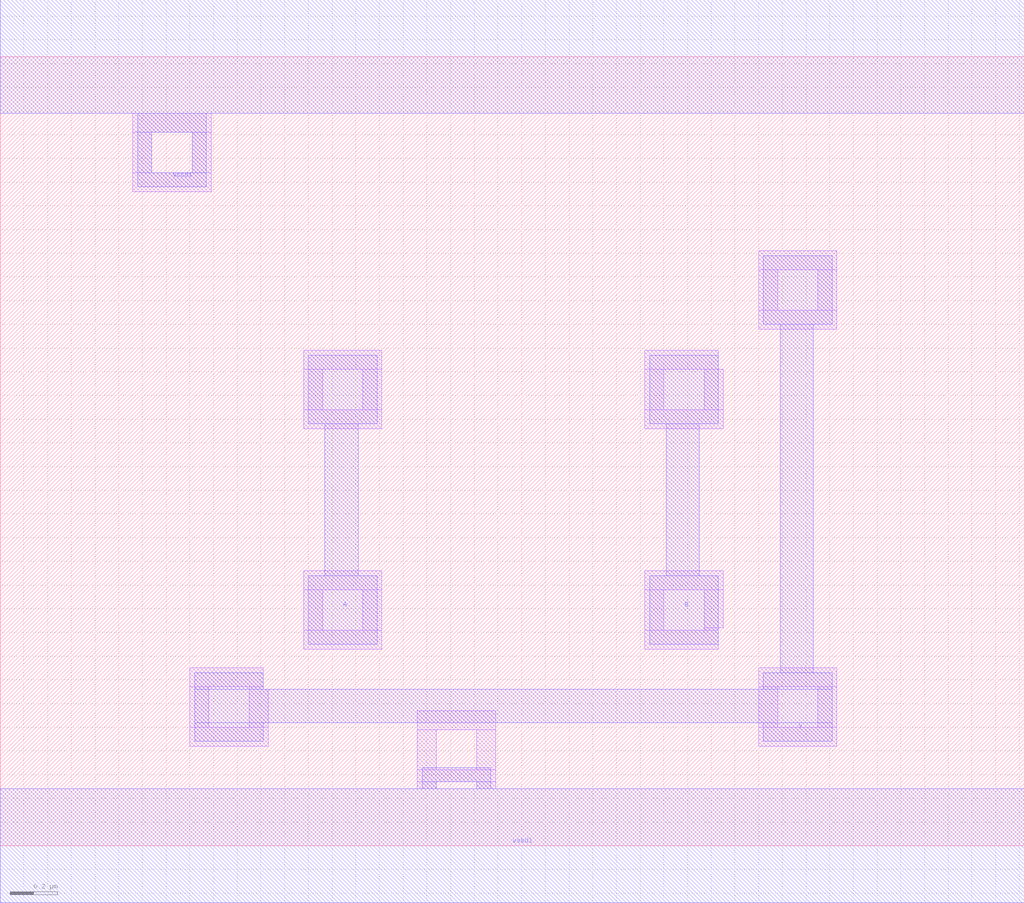
<source format=lef>
VERSION 5.7 ;
  NOWIREEXTENSIONATPIN ON ;
  DIVIDERCHAR "/" ;
  BUSBITCHARS "[]" ;
MACRO NOR2X1
  CLASS CORE ;
  FOREIGN NOR2X1 ;
  ORIGIN 0.000 0.000 ;
  SIZE 4.320 BY 3.330 ;
  SYMMETRY X Y R90 ;
  SITE unit ;
  PIN vccd1
    DIRECTION INOUT ;
    USE POWER ;
    SHAPE ABUTMENT ;
    PORT
      LAYER met1 ;
        RECT 0.000 3.090 4.320 3.570 ;
        RECT 0.580 3.010 0.870 3.090 ;
        RECT 0.580 2.840 0.640 3.010 ;
        RECT 0.810 2.840 0.870 3.010 ;
        RECT 0.580 2.780 0.870 2.840 ;
    END
  END vccd1
  PIN vssd1
    DIRECTION INOUT ;
    USE GROUND ;
    SHAPE ABUTMENT ;
    PORT
      LAYER met1 ;
        RECT 1.780 0.270 2.070 0.330 ;
        RECT 1.780 0.240 1.840 0.270 ;
        RECT 2.010 0.240 2.070 0.270 ;
        RECT 0.000 -0.240 4.320 0.240 ;
    END
  END vssd1
  PIN Y
    DIRECTION INOUT ;
    USE SIGNAL ;
    SHAPE ABUTMENT ;
    PORT
      LAYER met1 ;
        RECT 3.220 2.200 3.510 2.490 ;
        RECT 3.290 0.730 3.430 2.200 ;
        RECT 0.820 0.660 1.110 0.730 ;
        RECT 3.220 0.660 3.510 0.730 ;
        RECT 0.820 0.520 3.510 0.660 ;
        RECT 0.820 0.440 1.110 0.520 ;
        RECT 3.220 0.440 3.510 0.520 ;
    END
  END Y
  PIN B
    DIRECTION INOUT ;
    USE SIGNAL ;
    SHAPE ABUTMENT ;
    PORT
      LAYER met1 ;
        RECT 2.740 1.780 3.030 2.070 ;
        RECT 2.810 1.140 2.950 1.780 ;
        RECT 2.740 0.850 3.030 1.140 ;
    END
  END B
  PIN A
    DIRECTION INOUT ;
    USE SIGNAL ;
    SHAPE ABUTMENT ;
    PORT
      LAYER met1 ;
        RECT 1.300 1.780 1.590 2.070 ;
        RECT 1.370 1.140 1.510 1.780 ;
        RECT 1.300 0.850 1.590 1.140 ;
    END
  END A
  OBS
      LAYER li1 ;
        RECT 0.560 3.010 0.890 3.090 ;
        RECT 0.560 2.840 0.640 3.010 ;
        RECT 0.810 2.840 0.890 3.010 ;
        RECT 0.560 2.760 0.890 2.840 ;
        RECT 3.200 2.430 3.530 2.510 ;
        RECT 3.200 2.260 3.280 2.430 ;
        RECT 3.450 2.260 3.530 2.430 ;
        RECT 3.200 2.180 3.530 2.260 ;
        RECT 1.280 2.010 1.610 2.090 ;
        RECT 1.280 1.840 1.360 2.010 ;
        RECT 1.530 1.840 1.610 2.010 ;
        RECT 1.280 1.760 1.610 1.840 ;
        RECT 2.720 2.010 3.030 2.090 ;
        RECT 2.720 1.840 2.800 2.010 ;
        RECT 2.970 1.840 3.050 2.010 ;
        RECT 2.720 1.760 3.050 1.840 ;
        RECT 1.280 1.080 1.610 1.160 ;
        RECT 1.280 0.910 1.360 1.080 ;
        RECT 1.530 0.910 1.610 1.080 ;
        RECT 1.280 0.830 1.610 0.910 ;
        RECT 2.720 1.080 3.050 1.160 ;
        RECT 2.720 0.910 2.800 1.080 ;
        RECT 2.970 0.920 3.050 1.080 ;
        RECT 2.970 0.910 3.030 0.920 ;
        RECT 2.720 0.830 3.030 0.910 ;
        RECT 0.800 0.670 1.110 0.750 ;
        RECT 0.800 0.500 0.880 0.670 ;
        RECT 1.050 0.660 1.110 0.670 ;
        RECT 3.200 0.670 3.530 0.750 ;
        RECT 1.050 0.500 1.130 0.660 ;
        RECT 0.800 0.420 1.130 0.500 ;
        RECT 1.760 0.490 2.090 0.570 ;
        RECT 1.760 0.320 1.840 0.490 ;
        RECT 2.010 0.320 2.090 0.490 ;
        RECT 3.200 0.500 3.280 0.670 ;
        RECT 3.450 0.500 3.530 0.670 ;
        RECT 3.200 0.420 3.530 0.500 ;
        RECT 1.760 0.270 2.090 0.320 ;
        RECT 1.760 0.240 1.840 0.270 ;
        RECT 2.010 0.240 2.090 0.270 ;
  END
END NOR2X1
END LIBRARY


</source>
